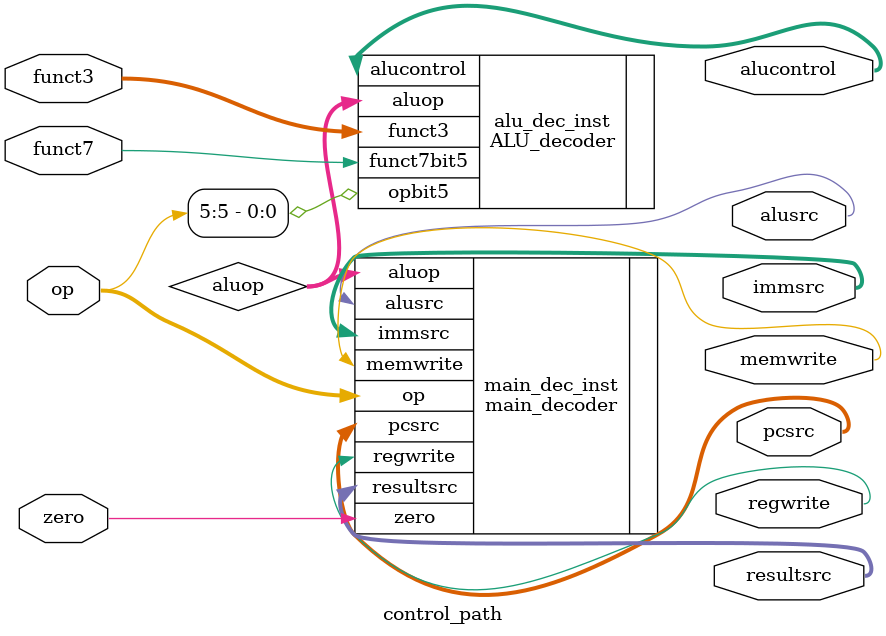
<source format=v>
`timescale 1ns/1ps
`include"main_decoder.v"
`include"ALU_decoder.v"
module control_path(
  
    input   [6:0]    op,
    input   [2:0]    funct3,
    input            zero, funct7,
    output  [2:0]    alucontrol,
    output           memwrite, alusrc, regwrite,
    output  [1:0]    pcsrc, immsrc, resultsrc
);

wire [1:0] aluop;

main_decoder main_dec_inst(.op(op),.zero(zero),.memwrite(memwrite),.alusrc(alusrc),.regwrite(regwrite),.resultsrc(resultsrc),.immsrc(immsrc),.pcsrc(pcsrc),.aluop(aluop));

ALU_decoder alu_dec_inst(.opbit5(op[5]),.funct7bit5(funct7),.funct3(funct3),.aluop(aluop),.alucontrol(alucontrol));

endmodule

</source>
